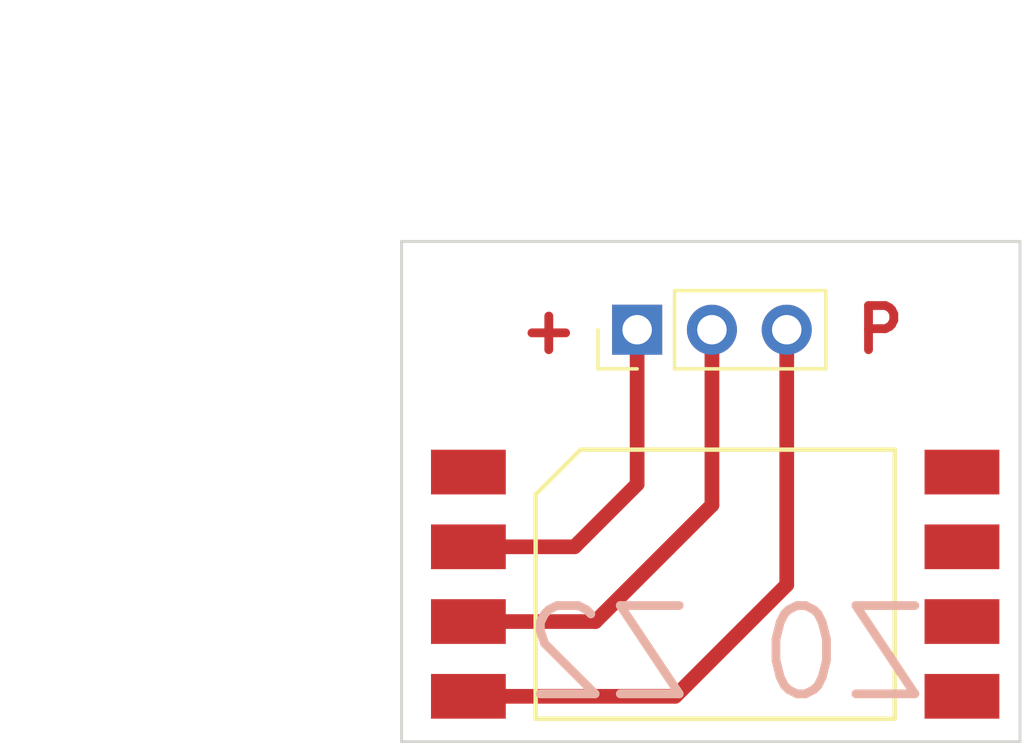
<source format=kicad_pcb>
(kicad_pcb (version 20171130) (host pcbnew "(5.0.1)-4")

  (general
    (thickness 1.6)
    (drawings 9)
    (tracks 9)
    (zones 0)
    (modules 2)
    (nets 9)
  )

  (page A4)
  (layers
    (0 F.Cu signal)
    (31 B.Cu signal)
    (32 B.Adhes user)
    (33 F.Adhes user)
    (34 B.Paste user)
    (35 F.Paste user)
    (36 B.SilkS user)
    (37 F.SilkS user)
    (38 B.Mask user)
    (39 F.Mask user)
    (40 Dwgs.User user)
    (41 Cmts.User user)
    (42 Eco1.User user)
    (43 Eco2.User user)
    (44 Edge.Cuts user)
    (45 Margin user)
    (46 B.CrtYd user)
    (47 F.CrtYd user)
    (48 B.Fab user)
    (49 F.Fab user hide)
  )

  (setup
    (last_trace_width 0.5)
    (trace_clearance 0.2)
    (zone_clearance 0.508)
    (zone_45_only no)
    (trace_min 0.2)
    (segment_width 0.2)
    (edge_width 0.1)
    (via_size 0.6)
    (via_drill 0.4)
    (via_min_size 0.4)
    (via_min_drill 0.3)
    (uvia_size 0.3)
    (uvia_drill 0.1)
    (uvias_allowed no)
    (uvia_min_size 0.2)
    (uvia_min_drill 0.1)
    (pcb_text_width 0.3)
    (pcb_text_size 1.5 1.5)
    (mod_edge_width 0.15)
    (mod_text_size 1 1)
    (mod_text_width 0.15)
    (pad_size 2 2)
    (pad_drill 1.3)
    (pad_to_mask_clearance 0)
    (solder_mask_min_width 0.25)
    (aux_axis_origin 0 0)
    (visible_elements 7FFFFF7F)
    (pcbplotparams
      (layerselection 0x01000_7fffffff)
      (usegerberextensions false)
      (usegerberattributes false)
      (usegerberadvancedattributes false)
      (creategerberjobfile false)
      (excludeedgelayer true)
      (linewidth 0.100000)
      (plotframeref false)
      (viasonmask false)
      (mode 1)
      (useauxorigin false)
      (hpglpennumber 1)
      (hpglpenspeed 20)
      (hpglpendiameter 15.000000)
      (psnegative false)
      (psa4output false)
      (plotreference true)
      (plotvalue true)
      (plotinvisibletext false)
      (padsonsilk false)
      (subtractmaskfromsilk false)
      (outputformat 1)
      (mirror false)
      (drillshape 0)
      (scaleselection 1)
      (outputdirectory "Gerber"))
  )

  (net 0 "")
  (net 1 "Net-(J1-Pad1)")
  (net 2 "Net-(J1-Pad3)")
  (net 3 "Net-(J1-Pad2)")
  (net 4 "Net-(U1-Pad1)")
  (net 5 "Net-(U1-Pad5)")
  (net 6 "Net-(U1-Pad6)")
  (net 7 "Net-(U1-Pad7)")
  (net 8 "Net-(U1-Pad8)")

  (net_class Default "This is the default net class."
    (clearance 0.2)
    (trace_width 0.5)
    (via_dia 0.6)
    (via_drill 0.4)
    (uvia_dia 0.3)
    (uvia_drill 0.1)
    (add_net "Net-(J1-Pad1)")
    (add_net "Net-(J1-Pad2)")
    (add_net "Net-(J1-Pad3)")
    (add_net "Net-(U1-Pad1)")
    (add_net "Net-(U1-Pad5)")
    (add_net "Net-(U1-Pad6)")
    (add_net "Net-(U1-Pad7)")
    (add_net "Net-(U1-Pad8)")
  )

  (module Socket_Strips:Socket_Strip_Straight_1x03_Pitch2.54mm (layer F.Cu) (tedit 5C0588BD) (tstamp 5C058640)
    (at 58 33 90)
    (descr "Through hole straight socket strip, 1x03, 2.54mm pitch, single row")
    (tags "Through hole socket strip THT 1x03 2.54mm single row")
    (path /5C058605)
    (fp_text reference J1 (at 0 -3 180) (layer F.SilkS) hide
      (effects (font (size 1 1) (thickness 0.15)))
    )
    (fp_text value Conn_01x03 (at 0 7.41 90) (layer F.Fab)
      (effects (font (size 1 1) (thickness 0.15)))
    )
    (fp_text user %R (at 0 -2.33 90) (layer F.Fab)
      (effects (font (size 1 1) (thickness 0.15)))
    )
    (fp_line (start 1.8 -1.8) (end -1.8 -1.8) (layer F.CrtYd) (width 0.05))
    (fp_line (start 1.8 6.85) (end 1.8 -1.8) (layer F.CrtYd) (width 0.05))
    (fp_line (start -1.8 6.85) (end 1.8 6.85) (layer F.CrtYd) (width 0.05))
    (fp_line (start -1.8 -1.8) (end -1.8 6.85) (layer F.CrtYd) (width 0.05))
    (fp_line (start -1.33 -1.33) (end 0 -1.33) (layer F.SilkS) (width 0.12))
    (fp_line (start -1.33 0) (end -1.33 -1.33) (layer F.SilkS) (width 0.12))
    (fp_line (start 1.33 1.27) (end -1.33 1.27) (layer F.SilkS) (width 0.12))
    (fp_line (start 1.33 6.41) (end 1.33 1.27) (layer F.SilkS) (width 0.12))
    (fp_line (start -1.33 6.41) (end 1.33 6.41) (layer F.SilkS) (width 0.12))
    (fp_line (start -1.33 1.27) (end -1.33 6.41) (layer F.SilkS) (width 0.12))
    (fp_line (start 1.27 -1.27) (end -1.27 -1.27) (layer F.Fab) (width 0.1))
    (fp_line (start 1.27 6.35) (end 1.27 -1.27) (layer F.Fab) (width 0.1))
    (fp_line (start -1.27 6.35) (end 1.27 6.35) (layer F.Fab) (width 0.1))
    (fp_line (start -1.27 -1.27) (end -1.27 6.35) (layer F.Fab) (width 0.1))
    (pad 3 thru_hole oval (at 0 5.08 90) (size 1.7 1.7) (drill 1) (layers *.Cu *.Mask)
      (net 2 "Net-(J1-Pad3)"))
    (pad 2 thru_hole oval (at 0 2.54 90) (size 1.7 1.7) (drill 1) (layers *.Cu *.Mask)
      (net 3 "Net-(J1-Pad2)"))
    (pad 1 thru_hole rect (at 0 0 90) (size 1.7 1.7) (drill 1) (layers *.Cu *.Mask)
      (net 1 "Net-(J1-Pad1)"))
    (model ${KISYS3DMOD}/Socket_Strips.3dshapes/Socket_Strip_Straight_1x03_Pitch2.54mm.wrl
      (offset (xyz 0 -2.539999961853027 0))
      (scale (xyz 1 1 1))
      (rotate (xyz 0 0 270))
    )
  )

  (module FlySorter:MPXV5050 (layer F.Cu) (tedit 5C0588B6) (tstamp 5C058651)
    (at 60.65 41.647001)
    (path /5C05858E)
    (fp_text reference U1 (at 8.35 -5.647001) (layer F.SilkS) hide
      (effects (font (size 1 1) (thickness 0.15)))
    )
    (fp_text value MPXV5050 (at 0 -5.842) (layer F.Fab)
      (effects (font (size 1 1) (thickness 0.15)))
    )
    (fp_line (start -6.096 4.572) (end 6.096 4.572) (layer F.SilkS) (width 0.15))
    (fp_line (start 6.096 4.572) (end 6.096 -4.572) (layer F.SilkS) (width 0.15))
    (fp_line (start 6.096 -4.572) (end -4.572 -4.572) (layer F.SilkS) (width 0.15))
    (fp_line (start -4.572 -4.572) (end -6.096 -3.048) (layer F.SilkS) (width 0.15))
    (fp_line (start -6.096 -3.048) (end -6.096 4.572) (layer F.SilkS) (width 0.15))
    (pad 1 smd rect (at -8.38 -3.81) (size 2.54 1.52) (layers F.Cu F.Paste F.Mask)
      (net 4 "Net-(U1-Pad1)"))
    (pad 2 smd rect (at -8.38 -1.27) (size 2.54 1.52) (layers F.Cu F.Paste F.Mask)
      (net 1 "Net-(J1-Pad1)"))
    (pad 3 smd rect (at -8.38 1.27) (size 2.54 1.52) (layers F.Cu F.Paste F.Mask)
      (net 3 "Net-(J1-Pad2)"))
    (pad 4 smd rect (at -8.38 3.81) (size 2.54 1.52) (layers F.Cu F.Paste F.Mask)
      (net 2 "Net-(J1-Pad3)"))
    (pad 5 smd rect (at 8.38 3.81) (size 2.54 1.52) (layers F.Cu F.Paste F.Mask)
      (net 5 "Net-(U1-Pad5)"))
    (pad 6 smd rect (at 8.38 1.27) (size 2.54 1.52) (layers F.Cu F.Paste F.Mask)
      (net 6 "Net-(U1-Pad6)"))
    (pad 7 smd rect (at 8.38 -1.27) (size 2.54 1.52) (layers F.Cu F.Paste F.Mask)
      (net 7 "Net-(U1-Pad7)"))
    (pad 8 smd rect (at 8.38 -3.81) (size 2.54 1.52) (layers F.Cu F.Paste F.Mask)
      (net 8 "Net-(U1-Pad8)"))
  )

  (gr_text "Z0 Z2" (at 61 44) (layer B.SilkS)
    (effects (font (size 3 3) (thickness 0.3)) (justify mirror))
  )
  (gr_text P (at 66.25 33) (layer F.Cu)
    (effects (font (size 1.5 1.5) (thickness 0.3)))
  )
  (gr_text + (at 55 33) (layer F.Cu)
    (effects (font (size 1.5 1.5) (thickness 0.3)))
  )
  (dimension 16 (width 0.3) (layer Dwgs.User)
    (gr_text "16.000 mm" (at 41.9 38 90) (layer Dwgs.User)
      (effects (font (size 1.5 1.5) (thickness 0.3)))
    )
    (feature1 (pts (xy 48 30) (xy 43.413579 30)))
    (feature2 (pts (xy 48 46) (xy 43.413579 46)))
    (crossbar (pts (xy 44 46) (xy 44 30)))
    (arrow1a (pts (xy 44 30) (xy 44.586421 31.126504)))
    (arrow1b (pts (xy 44 30) (xy 43.413579 31.126504)))
    (arrow2a (pts (xy 44 46) (xy 44.586421 44.873496)))
    (arrow2b (pts (xy 44 46) (xy 43.413579 44.873496)))
  )
  (dimension 21 (width 0.3) (layer Dwgs.User)
    (gr_text "21.000 mm" (at 60.5 22.9) (layer Dwgs.User)
      (effects (font (size 1.5 1.5) (thickness 0.3)))
    )
    (feature1 (pts (xy 71 28) (xy 71 24.413579)))
    (feature2 (pts (xy 50 28) (xy 50 24.413579)))
    (crossbar (pts (xy 50 25) (xy 71 25)))
    (arrow1a (pts (xy 71 25) (xy 69.873496 25.586421)))
    (arrow1b (pts (xy 71 25) (xy 69.873496 24.413579)))
    (arrow2a (pts (xy 50 25) (xy 51.126504 25.586421)))
    (arrow2b (pts (xy 50 25) (xy 51.126504 24.413579)))
  )
  (gr_line (start 50 47) (end 50 30) (layer Edge.Cuts) (width 0.1))
  (gr_line (start 71 47) (end 50 47) (layer Edge.Cuts) (width 0.1))
  (gr_line (start 71 30) (end 71 47) (layer Edge.Cuts) (width 0.1))
  (gr_line (start 50 30) (end 71 30) (layer Edge.Cuts) (width 0.1))

  (segment (start 52.27 40.377001) (end 55.872999 40.377001) (width 0.5) (layer F.Cu) (net 1))
  (segment (start 58 38.25) (end 58 33) (width 0.5) (layer F.Cu) (net 1))
  (segment (start 55.872999 40.377001) (end 58 38.25) (width 0.5) (layer F.Cu) (net 1))
  (segment (start 52.27 45.457001) (end 59.292999 45.457001) (width 0.5) (layer F.Cu) (net 2))
  (segment (start 63.08 41.67) (end 63.08 33) (width 0.5) (layer F.Cu) (net 2))
  (segment (start 59.292999 45.457001) (end 63.08 41.67) (width 0.5) (layer F.Cu) (net 2))
  (segment (start 52.27 42.917001) (end 56.582999 42.917001) (width 0.5) (layer F.Cu) (net 3))
  (segment (start 60.54 38.96) (end 60.54 33) (width 0.5) (layer F.Cu) (net 3))
  (segment (start 56.582999 42.917001) (end 60.54 38.96) (width 0.5) (layer F.Cu) (net 3))

)

</source>
